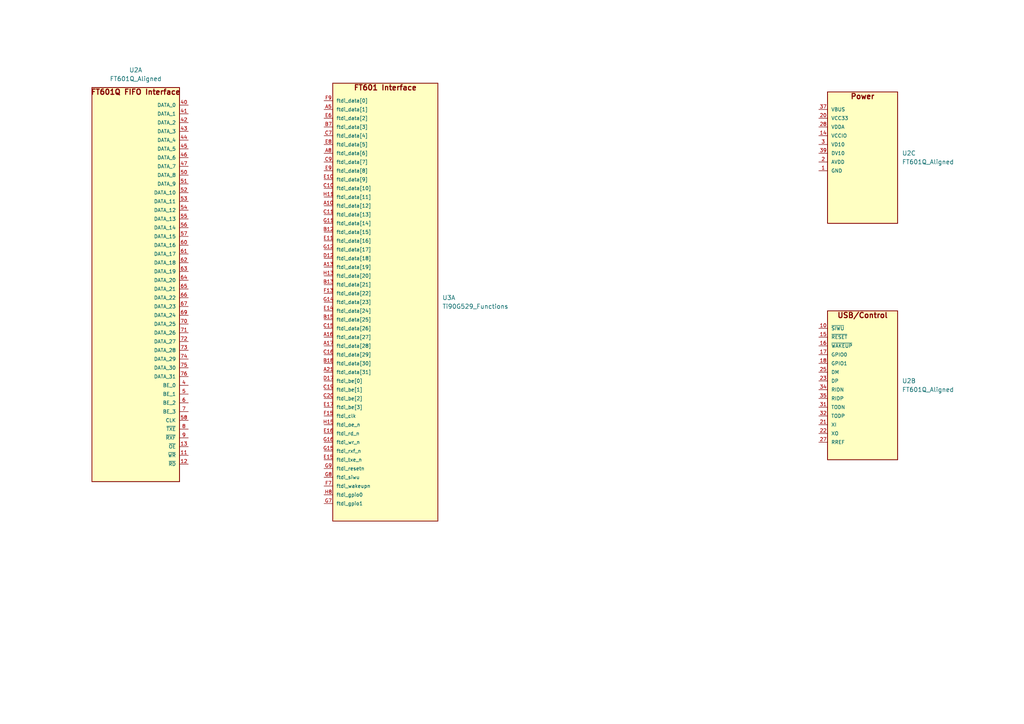
<source format=kicad_sch>
(kicad_sch (version 20250114) (generator "eeschema") (generator_version "9.0")
  (paper "A4")
  (lib_symbols
    (symbol "Aligned_Peripheral_Symbols:FT601Q_Aligned" (pin_names (offset 1.016))
      (property "Reference" "U" (at 0 1.27 0))
      (property "Value" "FT601Q_Aligned" (at 0 -1.27 0))
      (symbol "FT601Q_Aligned_1_1"
        (rectangle (start 0 57.15) (end 25.4 -57.15) (stroke (width 0.254)) (fill (type background)))
        (text "FT601Q FIFO Interface" (at 12.7 55.88 0) (effects (font (size 1.524 1.524) (bold yes))))
        (pin bidirectional line (at 27.94 52.07 180) (length 2.54) (name "DATA_0") (number "40"))
        (pin bidirectional line (at 27.94 49.53 180) (length 2.54) (name "DATA_1") (number "41"))
        (pin bidirectional line (at 27.94 46.99 180) (length 2.54) (name "DATA_2") (number "42"))
        (pin bidirectional line (at 27.94 44.45 180) (length 2.54) (name "DATA_3") (number "43"))
        (pin bidirectional line (at 27.94 41.91 180) (length 2.54) (name "DATA_4") (number "44"))
        (pin bidirectional line (at 27.94 39.37 180) (length 2.54) (name "DATA_5") (number "45"))
        (pin bidirectional line (at 27.94 36.83 180) (length 2.54) (name "DATA_6") (number "46"))
        (pin bidirectional line (at 27.94 34.29 180) (length 2.54) (name "DATA_7") (number "47"))
        (pin bidirectional line (at 27.94 31.75 180) (length 2.54) (name "DATA_8") (number "50"))
        (pin bidirectional line (at 27.94 29.21 180) (length 2.54) (name "DATA_9") (number "51"))
        (pin bidirectional line (at 27.94 26.67 180) (length 2.54) (name "DATA_10") (number "52"))
        (pin bidirectional line (at 27.94 24.13 180) (length 2.54) (name "DATA_11") (number "53"))
        (pin bidirectional line (at 27.94 21.59 180) (length 2.54) (name "DATA_12") (number "54"))
        (pin bidirectional line (at 27.94 19.05 180) (length 2.54) (name "DATA_13") (number "55"))
        (pin bidirectional line (at 27.94 16.51 180) (length 2.54) (name "DATA_14") (number "56"))
        (pin bidirectional line (at 27.94 13.97 180) (length 2.54) (name "DATA_15") (number "57"))
        (pin bidirectional line (at 27.94 11.43 180) (length 2.54) (name "DATA_16") (number "60"))
        (pin bidirectional line (at 27.94 8.89 180) (length 2.54) (name "DATA_17") (number "61"))
        (pin bidirectional line (at 27.94 6.35 180) (length 2.54) (name "DATA_18") (number "62"))
        (pin bidirectional line (at 27.94 3.81 180) (length 2.54) (name "DATA_19") (number "63"))
        (pin bidirectional line (at 27.94 1.27 180) (length 2.54) (name "DATA_20") (number "64"))
        (pin bidirectional line (at 27.94 -1.27 180) (length 2.54) (name "DATA_21") (number "65"))
        (pin bidirectional line (at 27.94 -3.81 180) (length 2.54) (name "DATA_22") (number "66"))
        (pin bidirectional line (at 27.94 -6.35 180) (length 2.54) (name "DATA_23") (number "67"))
        (pin bidirectional line (at 27.94 -8.89 180) (length 2.54) (name "DATA_24") (number "69"))
        (pin bidirectional line (at 27.94 -11.43 180) (length 2.54) (name "DATA_25") (number "70"))
        (pin bidirectional line (at 27.94 -13.97 180) (length 2.54) (name "DATA_26") (number "71"))
        (pin bidirectional line (at 27.94 -16.51 180) (length 2.54) (name "DATA_27") (number "72"))
        (pin bidirectional line (at 27.94 -19.05 180) (length 2.54) (name "DATA_28") (number "73"))
        (pin bidirectional line (at 27.94 -21.59 180) (length 2.54) (name "DATA_29") (number "74"))
        (pin bidirectional line (at 27.94 -24.13 180) (length 2.54) (name "DATA_30") (number "75"))
        (pin bidirectional line (at 27.94 -26.67 180) (length 2.54) (name "DATA_31") (number "76"))
        (pin bidirectional line (at 27.94 -29.21 180) (length 2.54) (name "BE_0") (number "4"))
        (pin bidirectional line (at 27.94 -31.75 180) (length 2.54) (name "BE_1") (number "5"))
        (pin bidirectional line (at 27.94 -34.29 180) (length 2.54) (name "BE_2") (number "6"))
        (pin bidirectional line (at 27.94 -36.83 180) (length 2.54) (name "BE_3") (number "7"))
        (pin output line (at 27.94 -39.37 180) (length 2.54) (name "CLK") (number "58"))
        (pin output line (at 27.94 -41.91 180) (length 2.54) (name "~{TXE}") (number "8"))
        (pin output line (at 27.94 -44.45 180) (length 2.54) (name "~{RXF}") (number "9"))
        (pin input line (at 27.94 -46.99 180) (length 2.54) (name "~{OE}") (number "13"))
        (pin input line (at 27.94 -49.53 180) (length 2.54) (name "~{WR}") (number "11"))
        (pin input line (at 27.94 -52.07 180) (length 2.54) (name "~{RD}") (number "12"))
      )
      (symbol "FT601Q_Aligned_2_1"
        (rectangle (start 0 21.59) (end 20.32 -21.59) (stroke (width 0.254)) (fill (type background)))
        (text "USB/Control" (at 10.16 20.32 0) (effects (font (size 1.524 1.524) (bold yes))))
        (pin input line (at -2.54 16.51 0) (length 2.54) (name "~{SIWU}") (number "10"))
        (pin input line (at -2.54 13.97 0) (length 2.54) (name "~{RESET}") (number "15"))
        (pin bidirectional line (at -2.54 11.43 0) (length 2.54) (name "~{WAKEUP}") (number "16"))
        (pin bidirectional line (at -2.54 8.89 0) (length 2.54) (name "GPIO0") (number "17"))
        (pin bidirectional line (at -2.54 6.35 0) (length 2.54) (name "GPIO1") (number "18"))
        (pin bidirectional line (at -2.54 3.81 0) (length 2.54) (name "DM") (number "25"))
        (pin bidirectional line (at -2.54 1.27 0) (length 2.54) (name "DP") (number "23"))
        (pin input line (at -2.54 -1.27 0) (length 2.54) (name "RIDN") (number "34"))
        (pin input line (at -2.54 -3.81 0) (length 2.54) (name "RIDP") (number "35"))
        (pin output line (at -2.54 -6.35 0) (length 2.54) (name "TODN") (number "31"))
        (pin output line (at -2.54 -8.89 0) (length 2.54) (name "TODP") (number "32"))
        (pin input line (at -2.54 -11.43 0) (length 2.54) (name "XI") (number "21"))
        (pin output line (at -2.54 -13.97 0) (length 2.54) (name "XO") (number "22"))
        (pin input line (at -2.54 -16.51 0) (length 2.54) (name "RREF") (number "27"))
      )
      (symbol "FT601Q_Aligned_3_1"
        (rectangle (start 0 19.05) (end 20.32 -19.05) (stroke (width 0.254)) (fill (type background)))
        (text "Power" (at 10.16 17.78 0) (effects (font (size 1.524 1.524) (bold yes))))
        (pin power_in line (at -2.54 13.97 0) (length 2.54) (name "VBUS") (number "37"))
        (pin power_in line (at -2.54 11.43 0) (length 2.54) (name "VCC33") (number "20"))
        (pin passive line (at -2.54 8.89 0) (length 2.54) (hide yes) (name "VCC33") (number "24"))
        (pin power_in line (at -2.54 8.89 0) (length 2.54) (name "VDDA") (number "28"))
        (pin passive line (at -2.54 8.89 0) (length 2.54) (hide yes) (name "VCC33") (number "38"))
        (pin power_in line (at -2.54 6.35 0) (length 2.54) (name "VCCIO") (number "14"))
        (pin power_in line (at -2.54 3.81 0) (length 2.54) (name "VD10") (number "3"))
        (pin passive line (at -2.54 3.81 0) (length 2.54) (hide yes) (name "VCCIO") (number "49"))
        (pin passive line (at -2.54 3.81 0) (length 2.54) (hide yes) (name "VCCIO") (number "59"))
        (pin passive line (at -2.54 3.81 0) (length 2.54) (hide yes) (name "VCCIO") (number "68"))
        (pin passive line (at -2.54 1.27 0) (length 2.54) (hide yes) (name "VD10") (number "30"))
        (pin passive line (at -2.54 1.27 0) (length 2.54) (hide yes) (name "VD10") (number "33"))
        (pin power_out line (at -2.54 1.27 0) (length 2.54) (name "DV10") (number "39"))
        (pin passive line (at -2.54 1.27 0) (length 2.54) (hide yes) (name "VD10") (number "48"))
        (pin power_in line (at -2.54 -1.27 0) (length 2.54) (name "AVDD") (number "2"))
        (pin power_in line (at -2.54 -3.81 0) (length 2.54) (name "GND") (number "1"))
        (pin passive line (at -2.54 -6.35 0) (length 2.54) (hide yes) (name "GND") (number "26"))
        (pin passive line (at -2.54 -6.35 0) (length 2.54) (hide yes) (name "GND") (number "29"))
        (pin passive line (at -2.54 -6.35 0) (length 2.54) (hide yes) (name "GND") (number "36"))
        (pin passive line (at -2.54 -6.35 0) (length 2.54) (hide yes) (name "GND") (number "77"))
      )
    )
    (symbol "Ti90G529_Functions:Ti90G529_Functions" (pin_names (offset 1.016))
      (property "Reference" "U" (at 0 1.27 0))
      (property "Value" "Ti90G529_Functions" (at 0 -1.27 0))
      (symbol "Ti90G529_Functions_1_1"
        (rectangle (start 0 63.5) (end 30.48 -63.5) (stroke (width 0.254)) (fill (type background)))
        (text "FT601 Interface" (at 15.24 62.23 0) (effects (font (size 1.524 1.524) (bold yes))))
        (pin bidirectional line (at -2.54 58.42 0) (length 2.54) (name "ftdi_data[0]") (number "F9"))
        (pin bidirectional line (at -2.54 55.88 0) (length 2.54) (name "ftdi_data[1]") (number "A5"))
        (pin bidirectional line (at -2.54 53.34 0) (length 2.54) (name "ftdi_data[2]") (number "E6"))
        (pin bidirectional line (at -2.54 50.8 0) (length 2.54) (name "ftdi_data[3]") (number "B7"))
        (pin bidirectional line (at -2.54 48.26 0) (length 2.54) (name "ftdi_data[4]") (number "C7"))
        (pin bidirectional line (at -2.54 45.72 0) (length 2.54) (name "ftdi_data[5]") (number "E8"))
        (pin bidirectional line (at -2.54 43.18 0) (length 2.54) (name "ftdi_data[6]") (number "A8"))
        (pin bidirectional line (at -2.54 40.64 0) (length 2.54) (name "ftdi_data[7]") (number "C9"))
        (pin bidirectional line (at -2.54 38.1 0) (length 2.54) (name "ftdi_data[8]") (number "E9"))
        (pin bidirectional line (at -2.54 35.56 0) (length 2.54) (name "ftdi_data[9]") (number "E10"))
        (pin bidirectional line (at -2.54 33.02 0) (length 2.54) (name "ftdi_data[10]") (number "C10"))
        (pin bidirectional line (at -2.54 30.48 0) (length 2.54) (name "ftdi_data[11]") (number "H11"))
        (pin bidirectional line (at -2.54 27.94 0) (length 2.54) (name "ftdi_data[12]") (number "A10"))
        (pin bidirectional line (at -2.54 25.4 0) (length 2.54) (name "ftdi_data[13]") (number "C11"))
        (pin bidirectional line (at -2.54 22.86 0) (length 2.54) (name "ftdi_data[14]") (number "G11"))
        (pin bidirectional line (at -2.54 20.32 0) (length 2.54) (name "ftdi_data[15]") (number "B12"))
        (pin bidirectional line (at -2.54 17.78 0) (length 2.54) (name "ftdi_data[16]") (number "E11"))
        (pin bidirectional line (at -2.54 15.24 0) (length 2.54) (name "ftdi_data[17]") (number "G12"))
        (pin bidirectional line (at -2.54 12.7 0) (length 2.54) (name "ftdi_data[18]") (number "D12"))
        (pin bidirectional line (at -2.54 10.16 0) (length 2.54) (name "ftdi_data[19]") (number "A13"))
        (pin bidirectional line (at -2.54 7.62 0) (length 2.54) (name "ftdi_data[20]") (number "H13"))
        (pin bidirectional line (at -2.54 5.08 0) (length 2.54) (name "ftdi_data[21]") (number "B13"))
        (pin bidirectional line (at -2.54 2.54 0) (length 2.54) (name "ftdi_data[22]") (number "F13"))
        (pin bidirectional line (at -2.54 0 0) (length 2.54) (name "ftdi_data[23]") (number "G14"))
        (pin bidirectional line (at -2.54 -2.54 0) (length 2.54) (name "ftdi_data[24]") (number "E14"))
        (pin bidirectional line (at -2.54 -5.08 0) (length 2.54) (name "ftdi_data[25]") (number "B15"))
        (pin bidirectional line (at -2.54 -7.62 0) (length 2.54) (name "ftdi_data[26]") (number "C15"))
        (pin bidirectional line (at -2.54 -10.16 0) (length 2.54) (name "ftdi_data[27]") (number "A16"))
        (pin bidirectional line (at -2.54 -12.7 0) (length 2.54) (name "ftdi_data[28]") (number "A17"))
        (pin bidirectional line (at -2.54 -15.24 0) (length 2.54) (name "ftdi_data[29]") (number "C16"))
        (pin bidirectional line (at -2.54 -17.78 0) (length 2.54) (name "ftdi_data[30]") (number "B18"))
        (pin bidirectional line (at -2.54 -20.32 0) (length 2.54) (name "ftdi_data[31]") (number "A21"))
        (pin bidirectional line (at -2.54 -22.86 0) (length 2.54) (name "ftdi_be[0]") (number "D17"))
        (pin bidirectional line (at -2.54 -25.4 0) (length 2.54) (name "ftdi_be[1]") (number "C19"))
        (pin bidirectional line (at -2.54 -27.94 0) (length 2.54) (name "ftdi_be[2]") (number "C20"))
        (pin bidirectional line (at -2.54 -30.48 0) (length 2.54) (name "ftdi_be[3]") (number "E17"))
        (pin input line (at -2.54 -33.02 0) (length 2.54) (name "ftdi_clk") (number "F15"))
        (pin output line (at -2.54 -35.56 0) (length 2.54) (name "ftdi_oe_n") (number "H15"))
        (pin output line (at -2.54 -38.1 0) (length 2.54) (name "ftdi_rd_n") (number "E16"))
        (pin output line (at -2.54 -40.64 0) (length 2.54) (name "ftdi_wr_n") (number "G16"))
        (pin input line (at -2.54 -43.18 0) (length 2.54) (name "ftdi_rxf_n") (number "G15"))
        (pin input line (at -2.54 -45.72 0) (length 2.54) (name "ftdi_txe_n") (number "E15"))
        (pin output line (at -2.54 -48.26 0) (length 2.54) (name "ftdi_resetn") (number "G9"))
        (pin output line (at -2.54 -50.8 0) (length 2.54) (name "ftdi_siwu") (number "G8"))
        (pin output line (at -2.54 -53.34 0) (length 2.54) (name "ftdi_wakeupn") (number "F7"))
        (pin output line (at -2.54 -55.88 0) (length 2.54) (name "ftdi_gpio0") (number "H8"))
        (pin output line (at -2.54 -58.42 0) (length 2.54) (name "ftdi_gpio1") (number "G7"))
      )
      (symbol "Ti90G529_Functions_2_1"
        (rectangle (start 0 69.85) (end 30.48 -69.85) (stroke (width 0.254)) (fill (type background)))
        (text "ADC 1/2 LVDS Data" (at 15.24 68.58 0) (effects (font (size 1.524 1.524) (bold yes))))
        (pin input line (at 33.02 64.77 180) (length 2.54) (name "lvds_rx1_1") (number "E21"))
        (pin input line (at 33.02 62.23 180) (length 2.54) (name "lvds_rx1_1_N") (number "E20"))
        (pin input line (at 33.02 59.69 180) (length 2.54) (name "lvds_rx1_2") (number "R23"))
        (pin input line (at 33.02 57.15 180) (length 2.54) (name "lvds_rx1_2_N") (number "P23"))
        (pin input line (at 33.02 54.61 180) (length 2.54) (name "lvds_rx1_3") (number "R18"))
        (pin input line (at 33.02 52.07 180) (length 2.54) (name "lvds_rx1_3_N") (number "R19"))
        (pin input line (at 33.02 49.53 180) (length 2.54) (name "lvds_rx1_4") (number "P21"))
        (pin input line (at 33.02 46.99 180) (length 2.54) (name "lvds_rx1_4_N") (number "P20"))
        (pin input line (at 33.02 44.45 180) (length 2.54) (name "lvds_rx1_5") (number "N22"))
        (pin input line (at 33.02 41.91 180) (length 2.54) (name "lvds_rx1_5_N") (number "N23"))
        (pin input line (at 33.02 39.37 180) (length 2.54) (name "lvds_rx1_6") (number "P18"))
        (pin input line (at 33.02 36.83 180) (length 2.54) (name "lvds_rx1_6_N") (number "P19"))
        (pin input line (at 33.02 34.29 180) (length 2.54) (name "lvds_rx1_7") (number "L23"))
        (pin input line (at 33.02 31.75 180) (length 2.54) (name "lvds_rx1_7_N") (number "L22"))
        (pin input line (at 33.02 29.21 180) (length 2.54) (name "lvds_rx1_8") (number "N20"))
        (pin input line (at 33.02 26.67 180) (length 2.54) (name "lvds_rx1_8_N") (number "N21"))
        (pin input line (at 33.02 24.13 180) (length 2.54) (name "lvds_rx1_9") (number "N16"))
        (pin input line (at 33.02 21.59 180) (length 2.54) (name "lvds_rx1_9_N") (number "N17"))
        (pin input line (at 33.02 19.05 180) (length 2.54) (name "lvds_rx1_10") (number "N19"))
        (pin input line (at 33.02 16.51 180) (length 2.54) (name "lvds_rx1_10_N") (number "N18"))
        (pin input line (at 33.02 13.97 180) (length 2.54) (name "lvds_rx1_11") (number "M21"))
        (pin input line (at 33.02 11.43 180) (length 2.54) (name "lvds_rx1_11_N") (number "M22"))
        (pin input line (at 33.02 8.89 180) (length 2.54) (name "lvds_rx1_12") (number "G22"))
        (pin input line (at 33.02 6.35 180) (length 2.54) (name "lvds_rx1_12_N") (number "H22"))
        (pin input line (at 33.02 3.81 180) (length 2.54) (name "lvds_rx1_13") (number "M19"))
        (pin input line (at 33.02 1.27 180) (length 2.54) (name "lvds_rx1_13_N") (number "M18"))
        (pin input line (at 33.02 -1.27 180) (length 2.54) (name "lvds_rx2_1") (number "L21"))
        (pin input line (at 33.02 -3.81 180) (length 2.54) (name "lvds_rx2_1_N") (number "K21"))
        (pin input line (at 33.02 -6.35 180) (length 2.54) (name "lvds_rx2_2") (number "F23"))
        (pin input line (at 33.02 -8.89 180) (length 2.54) (name "lvds_rx2_2_N") (number "G23"))
        (pin input line (at 33.02 -11.43 180) (length 2.54) (name "lvds_rx2_3") (number "L16"))
        (pin input line (at 33.02 -13.97 180) (length 2.54) (name "lvds_rx2_3_N") (number "M16"))
        (pin input line (at 33.02 -16.51 180) (length 2.54) (name "lvds_rx2_4") (number "E23"))
        (pin input line (at 33.02 -19.05 180) (length 2.54) (name "lvds_rx2_4_N") (number "E22"))
        (pin input line (at 33.02 -21.59 180) (length 2.54) (name "lvds_rx2_5") (number "J20"))
        (pin input line (at 33.02 -24.13 180) (length 2.54) (name "lvds_rx2_5_N") (number "J21"))
        (pin input line (at 33.02 -26.67 180) (length 2.54) (name "lvds_rx2_6") (number "L18"))
        (pin input line (at 33.02 -29.21 180) (length 2.54) (name "lvds_rx2_6_N") (number "L17"))
        (pin input line (at 33.02 -31.75 180) (length 2.54) (name "lvds_rx2_7") (number "G21"))
        (pin input line (at 33.02 -34.29 180) (length 2.54) (name "lvds_rx2_7_N") (number "F21"))
        (pin input line (at 33.02 -36.83 180) (length 2.54) (name "lvds_rx2_8") (number "K20"))
        (pin input line (at 33.02 -39.37 180) (length 2.54) (name "lvds_rx2_8_N") (number "K19"))
        (pin input line (at 33.02 -41.91 180) (length 2.54) (name "lvds_rx2_9") (number "L20"))
        (pin input line (at 33.02 -44.45 180) (length 2.54) (name "lvds_rx2_9_N") (number "L19"))
        (pin input line (at 33.02 -46.99 180) (length 2.54) (name "lvds_rx2_10") (number "J18"))
        (pin input line (at 33.02 -49.53 180) (length 2.54) (name "lvds_rx2_10_N") (number "J17"))
        (pin input line (at 33.02 -52.07 180) (length 2.54) (name "lvds_rx2_11") (number "B23"))
        (pin input line (at 33.02 -54.61 180) (length 2.54) (name "lvds_rx2_11_N") (number "B22"))
        (pin input line (at 33.02 -57.15 180) (length 2.54) (name "lvds_rx2_12") (number "K18"))
        (pin input line (at 33.02 -59.69 180) (length 2.54) (name "lvds_rx2_12_N") (number "K17"))
        (pin input line (at 33.02 -62.23 180) (length 2.54) (name "lvds_rx2_13") (number "H20"))
        (pin input line (at 33.02 -64.77 180) (length 2.54) (name "lvds_rx2_13_N") (number "G20"))
      )
      (symbol "Ti90G529_Functions_3_1"
        (rectangle (start 0 69.85) (end 30.48 -69.85) (stroke (width 0.254)) (fill (type background)))
        (text "ADC 3/4 LVDS Data" (at 15.24 68.58 0) (effects (font (size 1.524 1.524) (bold yes))))
        (pin input line (at 33.02 64.77 180) (length 2.54) (name "lvds_rx3_1") (number "C3"))
        (pin input line (at 33.02 62.23 180) (length 2.54) (name "lvds_rx3_1_N") (number "C2"))
        (pin input line (at 33.02 59.69 180) (length 2.54) (name "lvds_rx3_2") (number "R2"))
        (pin input line (at 33.02 57.15 180) (length 2.54) (name "lvds_rx3_2_N") (number "R3"))
        (pin input line (at 33.02 54.61 180) (length 2.54) (name "lvds_rx3_3") (number "P8"))
        (pin input line (at 33.02 52.07 180) (length 2.54) (name "lvds_rx3_3_N") (number "P7"))
        (pin input line (at 33.02 49.53 180) (length 2.54) (name "lvds_rx3_4") (number "P1"))
        (pin input line (at 33.02 46.99 180) (length 2.54) (name "lvds_rx3_4_N") (number "R1"))
        (pin input line (at 33.02 44.45 180) (length 2.54) (name "lvds_rx3_5") (number "P5"))
        (pin input line (at 33.02 41.91 180) (length 2.54) (name "lvds_rx3_5_N") (number "P6"))
        (pin input line (at 33.02 39.37 180) (length 2.54) (name "lvds_rx3_6") (number "N5"))
        (pin input line (at 33.02 36.83 180) (length 2.54) (name "lvds_rx3_6_N") (number "N6"))
        (pin input line (at 33.02 34.29 180) (length 2.54) (name "lvds_rx3_7") (number "N3"))
        (pin input line (at 33.02 31.75 180) (length 2.54) (name "lvds_rx3_7_N") (number "P3"))
        (pin input line (at 33.02 29.21 180) (length 2.54) (name "lvds_rx3_8") (number "N1"))
        (pin input line (at 33.02 26.67 180) (length 2.54) (name "lvds_rx3_8_N") (number "N2"))
        (pin input line (at 33.02 24.13 180) (length 2.54) (name "lvds_rx3_9") (number "N4"))
        (pin input line (at 33.02 21.59 180) (length 2.54) (name "lvds_rx3_9_N") (number "M4"))
        (pin input line (at 33.02 19.05 180) (length 2.54) (name "lvds_rx3_10") (number "L2"))
        (pin input line (at 33.02 16.51 180) (length 2.54) (name "lvds_rx3_10_N") (number "M2"))
        (pin input line (at 33.02 13.97 180) (length 2.54) (name "lvds_rx3_11") (number "K1"))
        (pin input line (at 33.02 11.43 180) (length 2.54) (name "lvds_rx3_11_N") (number "L1"))
        (pin input line (at 33.02 8.89 180) (length 2.54) (name "lvds_rx3_12") (number "E1"))
        (pin input line (at 33.02 6.35 180) (length 2.54) (name "lvds_rx3_12_N") (number "F1"))
        (pin input line (at 33.02 3.81 180) (length 2.54) (name "lvds_rx3_13") (number "M6"))
        (pin input line (at 33.02 1.27 180) (length 2.54) (name "lvds_rx3_13_N") (number "M7"))
        (pin input line (at 33.02 -1.27 180) (length 2.54) (name "lvds_rx4_1") (number "L3"))
        (pin input line (at 33.02 -3.81 180) (length 2.54) (name "lvds_rx4_1_N") (number "K3"))
        (pin input line (at 33.02 -6.35 180) (length 2.54) (name "lvds_rx4_2") (number "J3"))
        (pin input line (at 33.02 -8.89 180) (length 2.54) (name "lvds_rx4_2_N") (number "J2"))
        (pin input line (at 33.02 -11.43 180) (length 2.54) (name "lvds_rx4_3") (number "L4"))
        (pin input line (at 33.02 -13.97 180) (length 2.54) (name "lvds_rx4_3_N") (number "L5"))
        (pin input line (at 33.02 -16.51 180) (length 2.54) (name "lvds_rx4_4") (number "H2"))
        (pin input line (at 33.02 -19.05 180) (length 2.54) (name "lvds_rx4_4_N") (number "H3"))
        (pin input line (at 33.02 -21.59 180) (length 2.54) (name "lvds_rx4_5") (number "F3"))
        (pin input line (at 33.02 -24.13 180) (length 2.54) (name "lvds_rx4_5_N") (number "G3"))
        (pin input line (at 33.02 -26.67 180) (length 2.54) (name "lvds_rx4_6") (number "L7"))
        (pin input line (at 33.02 -29.21 180) (length 2.54) (name "lvds_rx4_6_N") (number "L8"))
        (pin input line (at 33.02 -31.75 180) (length 2.54) (name "lvds_rx4_7") (number "K4"))
        (pin input line (at 33.02 -34.29 180) (length 2.54) (name "lvds_rx4_7_N") (number "J4"))
        (pin input line (at 33.02 -36.83 180) (length 2.54) (name "lvds_rx4_8") (number "H5"))
        (pin input line (at 33.02 -39.37 180) (length 2.54) (name "lvds_rx4_8_N") (number "J5"))
        (pin input line (at 33.02 -41.91 180) (length 2.54) (name "lvds_rx4_9") (number "K6"))
        (pin input line (at 33.02 -44.45 180) (length 2.54) (name "lvds_rx4_9_N") (number "L6"))
        (pin input line (at 33.02 -46.99 180) (length 2.54) (name "lvds_rx4_10") (number "J7"))
        (pin input line (at 33.02 -49.53 180) (length 2.54) (name "lvds_rx4_10_N") (number "J6"))
        (pin input line (at 33.02 -52.07 180) (length 2.54) (name "lvds_rx4_11") (number "B1"))
        (pin input line (at 33.02 -54.61 180) (length 2.54) (name "lvds_rx4_11_N") (number "C1"))
        (pin input line (at 33.02 -57.15 180) (length 2.54) (name "lvds_rx4_12") (number "E4"))
        (pin input line (at 33.02 -59.69 180) (length 2.54) (name "lvds_rx4_12_N") (number "F4"))
        (pin input line (at 33.02 -62.23 180) (length 2.54) (name "lvds_rx4_13") (number "D2"))
        (pin input line (at 33.02 -64.77 180) (length 2.54) (name "lvds_rx4_13_N") (number "D3"))
      )
      (symbol "Ti90G529_Functions_4_1"
        (rectangle (start 0 13.97) (end 30.48 -13.97) (stroke (width 0.254)) (fill (type background)))
        (text "ADC LVDS Clocks" (at 15.24 12.7 0) (effects (font (size 1.524 1.524) (bold yes))))
        (pin input line (at 33.02 8.89 180) (length 2.54) (name "lvds_rx_top_clkin1") (number "J22"))
        (pin input line (at 33.02 6.35 180) (length 2.54) (name "lvds_rx_top_clkin1_N") (number "J23"))
        (pin input line (at 33.02 3.81 180) (length 2.54) (name "lvds_rx_top_clkin2") (number "R22"))
        (pin input line (at 33.02 1.27 180) (length 2.54) (name "lvds_rx_top_clkin2_N") (number "R21"))
        (pin input line (at 33.02 -1.27 180) (length 2.54) (name "lvds_rx_bottom_clkin3") (number "R4"))
        (pin input line (at 33.02 -3.81 180) (length 2.54) (name "lvds_rx_bottom_clkin3_N") (number "R5"))
        (pin input line (at 33.02 -6.35 180) (length 2.54) (name "lvds_rx_bottom_clkin4") (number "G1"))
        (pin input line (at 33.02 -8.89 180) (length 2.54) (name "lvds_rx_bottom_clkin4_N") (number "G2"))
      )
      (symbol "Ti90G529_Functions_5_1"
        (rectangle (start 0 80.01) (end 30.48 -80.01) (stroke (width 0.254)) (fill (type background)))
        (text "DDR4 Interface" (at 15.24 78.74 0) (effects (font (size 1.524 1.524) (bold yes))))
        (pin output line (at -2.54 74.93 0) (length 2.54) (name "DDR_CS_N[0]") (number "Y15"))
        (pin output line (at -2.54 72.39 0) (length 2.54) (name "DDR_CS_N[1]") (number "W16"))
        (pin output line (at -2.54 69.85 0) (length 2.54) (name "DDR_CS_N[2]") (number "W17"))
        (pin output line (at -2.54 67.31 0) (length 2.54) (name "DDR_CS_N[3]") (number "Y17"))
        (pin output line (at -2.54 64.77 0) (length 2.54) (name "DDR_CKE[0]") (number "AA12"))
        (pin output line (at -2.54 62.23 0) (length 2.54) (name "DDR_CKE[1]") (number "AA13"))
        (pin output line (at -2.54 59.69 0) (length 2.54) (name "DDR_CK") (number "AC12"))
        (pin output line (at -2.54 57.15 0) (length 2.54) (name "DDR_CK_N") (number "AB12"))
        (pin output line (at -2.54 54.61 0) (length 2.54) (name "DDR_RST_N") (number "AC13"))
        (pin output line (at -2.54 52.07 0) (length 2.54) (name "DDR_A[0]") (number "AC11"))
        (pin output line (at -2.54 49.53 0) (length 2.54) (name "DDR_A[1]") (number "AA11"))
        (pin output line (at -2.54 46.99 0) (length 2.54) (name "DDR_A[2]") (number "Y9"))
        (pin output line (at -2.54 44.45 0) (length 2.54) (name "DDR_A[3]") (number "W9"))
        (pin output line (at -2.54 41.91 0) (length 2.54) (name "DDR_A[4]") (number "W8"))
        (pin output line (at -2.54 39.37 0) (length 2.54) (name "DDR_A[5]") (number "Y7"))
        (pin output line (at -2.54 36.83 0) (length 2.54) (name "DDR_CAL") (number "V8"))
        (pin bidirectional line (at -2.54 34.29 0) (length 2.54) (name "DDR_DQ[0]") (number "AA22"))
        (pin bidirectional line (at -2.54 31.75 0) (length 2.54) (name "DDR_DQ[1]") (number "AA23"))
        (pin bidirectional line (at -2.54 29.21 0) (length 2.54) (name "DDR_DQ[2]") (number "AA20"))
        (pin bidirectional line (at -2.54 26.67 0) (length 2.54) (name "DDR_DQ[3]") (number "AC19"))
        (pin bidirectional line (at -2.54 24.13 0) (length 2.54) (name "DDR_DQ[4]") (number "AB20"))
        (pin bidirectional line (at -2.54 21.59 0) (length 2.54) (name "DDR_DQ[5]") (number "AB19"))
        (pin bidirectional line (at -2.54 19.05 0) (length 2.54) (name "DDR_DQ[6]") (number "AC22"))
        (pin bidirectional line (at -2.54 16.51 0) (length 2.54) (name "DDR_DQ[7]") (number "AA21"))
        (pin bidirectional line (at -2.54 13.97 0) (length 2.54) (name "DDR_DQS[0]") (number "AB21"))
        (pin bidirectional line (at -2.54 11.43 0) (length 2.54) (name "DDR_DQS_N[0]") (number "AC21"))
        (pin bidirectional line (at -2.54 8.89 0) (length 2.54) (name "DDR_DM[0]") (number "AB23"))
        (pin bidirectional line (at -2.54 6.35 0) (length 2.54) (name "DDR_DQ[8]") (number "AA17"))
        (pin bidirectional line (at -2.54 3.81 0) (length 2.54) (name "DDR_DQ[9]") (number "AC17"))
        (pin bidirectional line (at -2.54 1.27 0) (length 2.54) (name "DDR_DQ[10]") (number "AA18"))
        (pin bidirectional line (at -2.54 -1.27 0) (length 2.54) (name "DDR_DQ[11]") (number "AC18"))
        (pin bidirectional line (at -2.54 -3.81 0) (length 2.54) (name "DDR_DQ[12]") (number "AB15"))
        (pin bidirectional line (at -2.54 -6.35 0) (length 2.54) (name "DDR_DQ[13]") (number "AA15"))
        (pin bidirectional line (at -2.54 -8.89 0) (length 2.54) (name "DDR_DQ[14]") (number "AC14"))
        (pin bidirectional line (at -2.54 -11.43 0) (length 2.54) (name "DDR_DQ[15]") (number "AA14"))
        (pin bidirectional line (at -2.54 -13.97 0) (length 2.54) (name "DDR_DQS[1]") (number "AB16"))
        (pin bidirectional line (at -2.54 -16.51 0) (length 2.54) (name "DDR_DQS_N[1]") (number "AC16"))
        (pin bidirectional line (at -2.54 -19.05 0) (length 2.54) (name "DDR_DM[1]") (number "AA16"))
        (pin bidirectional line (at -2.54 -21.59 0) (length 2.54) (name "DDR_DQ[16]") (number "AB9"))
        (pin bidirectional line (at -2.54 -24.13 0) (length 2.54) (name "DDR_DQ[17]") (number "AA9"))
        (pin bidirectional line (at -2.54 -26.67 0) (length 2.54) (name "DDR_DQ[18]") (number "AC10"))
        (pin bidirectional line (at -2.54 -29.21 0) (length 2.54) (name "DDR_DQ[19]") (number "AA10"))
        (pin bidirectional line (at -2.54 -31.75 0) (length 2.54) (name "DDR_DQ[20]") (number "AC7"))
        (pin bidirectional line (at -2.54 -34.29 0) (length 2.54) (name "DDR_DQ[21]") (number "AA7"))
        (pin bidirectional line (at -2.54 -36.83 0) (length 2.54) (name "DDR_DQ[22]") (number "AC6"))
        (pin bidirectional line (at -2.54 -39.37 0) (length 2.54) (name "DDR_DQ[23]") (number "AA6"))
        (pin bidirectional line (at -2.54 -41.91 0) (length 2.54) (name "DDR_DQS[2]") (number "AB8"))
        (pin bidirectional line (at -2.54 -44.45 0) (length 2.54) (name "DDR_DQS_N[2]") (number "AC8"))
        (pin bidirectional line (at -2.54 -46.99 0) (length 2.54) (name "DDR_DM[2]") (number "AA8"))
        (pin bidirectional line (at -2.54 -49.53 0) (length 2.54) (name "DDR_DQ[24]") (number "AB4"))
        (pin bidirectional line (at -2.54 -52.07 0) (length 2.54) (name "DDR_DQ[25]") (number "AA4"))
        (pin bidirectional line (at -2.54 -54.61 0) (length 2.54) (name "DDR_DQ[26]") (number "AC5"))
        (pin bidirectional line (at -2.54 -57.15 0) (length 2.54) (name "DDR_DQ[27]") (number "AA5"))
        (pin bidirectional line (at -2.54 -59.69 0) (length 2.54) (name "DDR_DQ[28]") (number "AB1"))
        (pin bidirectional line (at -2.54 -62.23 0) (length 2.54) (name "DDR_DQ[29]") (number "AA1"))
        (pin bidirectional line (at -2.54 -64.77 0) (length 2.54) (name "DDR_DQ[30]") (number "AA2"))
        (pin bidirectional line (at -2.54 -67.31 0) (length 2.54) (name "DDR_DQ[31]") (number "AC2"))
        (pin bidirectional line (at -2.54 -69.85 0) (length 2.54) (name "DDR_DQS[3]") (number "AB3"))
        (pin bidirectional line (at -2.54 -72.39 0) (length 2.54) (name "DDR_DQS_N[3]") (number "AC3"))
        (pin bidirectional line (at -2.54 -74.93 0) (length 2.54) (name "DDR_DM[3]") (number "AA3"))
      )
      (symbol "Ti90G529_Functions_6_1"
        (rectangle (start 0 99.06) (end 30.48 -99.06) (stroke (width 0.254)) (fill (type background)))
        (text "Misc I/O" (at 15.24 97.79 0) (effects (font (size 1.524 1.524) (bold yes))))
        (pin output line (at -2.54 93.98 0) (length 2.54) (name "LED[0]") (number "U1"))
        (pin output line (at -2.54 91.44 0) (length 2.54) (name "LED[1]") (number "W1"))
        (pin output line (at -2.54 88.9 0) (length 2.54) (name "LED[2]") (number "V3"))
        (pin output line (at -2.54 86.36 0) (length 2.54) (name "LED[3]") (number "W3"))
        (pin output line (at -2.54 83.82 0) (length 2.54) (name "adc_clkout") (number "U17"))
        (pin output line (at -2.54 81.28 0) (length 2.54) (name "auxout") (number "G19"))
        (pin input line (at -2.54 78.74 0) (length 2.54) (name "boardin[0]") (number "C13"))
        (pin input line (at -2.54 76.2 0) (length 2.54) (name "boardin[1]") (number "E13"))
        (pin input line (at -2.54 73.66 0) (length 2.54) (name "boardin[2]") (number "H14"))
        (pin input line (at -2.54 71.12 0) (length 2.54) (name "boardin[3]") (number "D14"))
        (pin input line (at -2.54 68.58 0) (length 2.54) (name "boardin[4]") (number "A7"))
        (pin input line (at -2.54 66.04 0) (length 2.54) (name "boardin[5]") (number "B19"))
        (pin input line (at -2.54 63.5 0) (length 2.54) (name "boardin[6]") (number "B20"))
        (pin input line (at -2.54 60.96 0) (length 2.54) (name "boardin[7]") (number "H9"))
        (pin output line (at -2.54 58.42 0) (length 2.54) (name "boardout[0]") (number "D11"))
        (pin output line (at -2.54 55.88 0) (length 2.54) (name "boardout[1]") (number "F11"))
        (pin output line (at -2.54 53.34 0) (length 2.54) (name "boardout[2]") (number "A12"))
        (pin output line (at -2.54 50.8 0) (length 2.54) (name "boardout[3]") (number "E12"))
        (pin output line (at -2.54 48.26 0) (length 2.54) (name "boardout[4]") (number "H12"))
        (pin output line (at -2.54 45.72 0) (length 2.54) (name "boardout[5]") (number "C12"))
        (pin output line (at -2.54 43.18 0) (length 2.54) (name "boardout[6]") (number "A14"))
        (pin output line (at -2.54 40.64 0) (length 2.54) (name "boardout[7]") (number "G13"))
        (pin input line (at -2.54 38.1 0) (length 2.54) (name "ddr_pllin") (number "U18"))
        (pin output line (at -2.54 35.56 0) (length 2.54) (name "debugout[0]") (number "C8"))
        (pin output line (at -2.54 33.02 0) (length 2.54) (name "debugout[10]") (number "H10"))
        (pin output line (at -2.54 30.48 0) (length 2.54) (name "debugout[11]") (number "A11"))
        (pin output line (at -2.54 27.94 0) (length 2.54) (name "debugout[1]") (number "D8"))
        (pin output line (at -2.54 25.4 0) (length 2.54) (name "debugout[2]") (number "A9"))
        (pin output line (at -2.54 22.86 0) (length 2.54) (name "debugout[3]") (number "B9"))
        (pin output line (at -2.54 20.32 0) (length 2.54) (name "debugout[4]") (number "D9"))
        (pin output line (at -2.54 17.78 0) (length 2.54) (name "debugout[5]") (number "C6"))
        (pin output line (at -2.54 15.24 0) (length 2.54) (name "debugout[6]") (number "A6"))
        (pin output line (at -2.54 12.7 0) (length 2.54) (name "debugout[7]") (number "E7"))
        (pin output line (at -2.54 10.16 0) (length 2.54) (name "debugout[8]") (number "F10"))
        (pin output line (at -2.54 7.62 0) (length 2.54) (name "debugout[9]") (number "B10"))
        (pin input line (at -2.54 5.08 0) (length 2.54) (name "ext_clkin") (number "C5"))
        (pin input line (at -2.54 2.54 0) (length 2.54) (name "exttrigin") (number "F5"))
        (pin output line (at -2.54 0 0) (length 2.54) (name "fan_out") (number "W2"))
        (pin input line (at -2.54 -2.54 0) (length 2.54) (name "lockinfo[0]") (number "C17"))
        (pin input line (at -2.54 -5.08 0) (length 2.54) (name "lockinfo[1]") (number "C18"))
        (pin input line (at -2.54 -7.62 0) (length 2.54) (name "lockinfo[2]") (number "A20"))
        (pin input line (at -2.54 -10.16 0) (length 2.54) (name "lockinfo[3]") (number "D18"))
        (pin input line (at -2.54 -12.7 0) (length 2.54) (name "lvdsin_clk") (number "E2"))
        (pin input line (at -2.54 -15.24 0) (length 2.54) (name "lvdsin_clk_N") (number "E3"))
        (pin input line (at -2.54 -17.78 0) (length 2.54) (name "lvdsin_spare") (number "G6"))
        (pin input line (at -2.54 -20.32 0) (length 2.54) (name "lvdsin_spare_N") (number "H6"))
        (pin input line (at -2.54 -22.86 0) (length 2.54) (name "lvdsin_trig") (number "B2"))
        (pin input line (at -2.54 -25.4 0) (length 2.54) (name "lvdsin_trig_N") (number "A2"))
        (pin input line (at -2.54 -27.94 0) (length 2.54) (name "lvdsin_trig_b") (number "D5"))
        (pin input line (at -2.54 -30.48 0) (length 2.54) (name "lvdsin_trig_b_N") (number "E5"))
        (pin output line (at -2.54 -33.02 0) (length 2.54) (name "lvdsout_clk") (number "F19"))
        (pin output line (at -2.54 -35.56 0) (length 2.54) (name "lvdsout_clk_N") (number "E19"))
        (pin output line (at -2.54 -38.1 0) (length 2.54) (name "lvdsout_spare") (number "H19"))
        (pin output line (at -2.54 -40.64 0) (length 2.54) (name "lvdsout_spare_N") (number "H18"))
        (pin output line (at -2.54 -43.18 0) (length 2.54) (name "lvdsout_trig") (number "C21"))
        (pin output line (at -2.54 -45.72 0) (length 2.54) (name "lvdsout_trig_N") (number "C22"))
        (pin output line (at -2.54 -48.26 0) (length 2.54) (name "lvdsout_trig_b") (number "D21"))
        (pin output line (at -2.54 -50.8 0) (length 2.54) (name "lvdsout_trig_b_N") (number "D20"))
        (pin input line (at -2.54 -53.34 0) (length 2.54) (name "main_pllin") (number "W4"))
        (pin output line (at -2.54 -55.88 0) (length 2.54) (name "neo_led") (number "V4"))
        (pin input line (at -2.54 -58.42 0) (length 2.54) (name "overrange[0]") (number "A15"))
        (pin input line (at -2.54 -60.96 0) (length 2.54) (name "overrange[1]") (number "D15"))
        (pin input line (at -2.54 -63.5 0) (length 2.54) (name "overrange[2]") (number "B16"))
        (pin input line (at -2.54 -66.04 0) (length 2.54) (name "overrange[3]") (number "A18"))
        (pin output line (at -2.54 -68.58 0) (length 2.54) (name "spi_clk") (number "V18"))
        (pin input line (at -2.54 -71.12 0) (length 2.54) (name "spi_miso") (number "T20"))
        (pin output line (at -2.54 -73.66 0) (length 2.54) (name "spi_mosi") (number "T19"))
        (pin output line (at -2.54 -76.2 0) (length 2.54) (name "spics[0]") (number "V19"))
        (pin output line (at -2.54 -78.74 0) (length 2.54) (name "spics[1]") (number "T18"))
        (pin output line (at -2.54 -81.28 0) (length 2.54) (name "spics[2]") (number "U20"))
        (pin output line (at -2.54 -83.82 0) (length 2.54) (name "spics[3]") (number "V23"))
        (pin output line (at -2.54 -86.36 0) (length 2.54) (name "spics[4]") (number "V21"))
        (pin output line (at -2.54 -88.9 0) (length 2.54) (name "spics[5]") (number "V22"))
        (pin output line (at -2.54 -91.44 0) (length 2.54) (name "spics[6]") (number "U21"))
        (pin output line (at -2.54 -93.98 0) (length 2.54) (name "spics[7]") (number "V20"))
      )
      (symbol "Ti90G529_Functions_7_1"
        (rectangle (start 0 22.86) (end 20.32 -22.86) (stroke (width 0.254)) (fill (type background)))
        (text "CONFIG/JTAG" (at 10.16 21.59 0) (effects (font (size 1.524 1.524) (bold yes))))
        (pin output line (at -2.54 17.78 0) (length 2.54) (name "CDONE") (number "T6"))
        (pin input line (at -2.54 15.24 0) (length 2.54) (name "CRESET_N") (number "R6"))
        (pin passive line (at -2.54 12.7 0) (length 2.54) (name "REF_RES_2A") (number "T22"))
        (pin passive line (at -2.54 10.16 0) (length 2.54) (name "REF_RES_2B") (number "K23"))
        (pin passive line (at -2.54 7.62 0) (length 2.54) (name "REF_RES_2C") (number "A22"))
        (pin passive line (at -2.54 5.08 0) (length 2.54) (name "REF_RES_3A") (number "E18"))
        (pin passive line (at -2.54 2.54 0) (length 2.54) (name "REF_RES_3B") (number "C14"))
        (pin passive line (at -2.54 0 0) (length 2.54) (name "REF_RES_3C") (number "D6"))
        (pin passive line (at -2.54 -2.54 0) (length 2.54) (name "REF_RES_4A") (number "B5"))
        (pin passive line (at -2.54 -5.08 0) (length 2.54) (name "REF_RES_4B") (number "J1"))
        (pin passive line (at -2.54 -7.62 0) (length 2.54) (name "REF_RES_4C") (number "T2"))
        (pin input line (at -2.54 -10.16 0) (length 2.54) (name "TCK") (number "U5"))
        (pin input line (at -2.54 -12.7 0) (length 2.54) (name "TDI") (number "U6"))
        (pin output line (at -2.54 -15.24 0) (length 2.54) (name "TDO") (number "T4"))
        (pin input line (at -2.54 -17.78 0) (length 2.54) (name "TMS") (number "T5"))
      )
      (symbol "Ti90G529_Functions_8_1"
        (rectangle (start 0 134.62) (end 25.4 -134.62) (stroke (width 0.254)) (fill (type background)))
        (text "VCC Power" (at 12.7 133.35 0) (effects (font (size 1.524 1.524) (bold yes))))
        (pin power_in line (at -2.54 129.54 0) (length 2.54) (name "VCC") (number "J11"))
        (pin power_in line (at -2.54 127 0) (length 2.54) (name "VCC") (number "J13"))
        (pin power_in line (at -2.54 124.46 0) (length 2.54) (name "VCC") (number "J15"))
        (pin power_in line (at -2.54 121.92 0) (length 2.54) (name "VCC") (number "J9"))
        (pin power_in line (at -2.54 119.38 0) (length 2.54) (name "VCC") (number "K10"))
        (pin power_in line (at -2.54 116.84 0) (length 2.54) (name "VCC") (number "K12"))
        (pin power_in line (at -2.54 114.3 0) (length 2.54) (name "VCC") (number "K14"))
        (pin power_in line (at -2.54 111.76 0) (length 2.54) (name "VCC") (number "L11"))
        (pin power_in line (at -2.54 109.22 0) (length 2.54) (name "VCC") (number "L13"))
        (pin power_in line (at -2.54 106.68 0) (length 2.54) (name "VCC") (number "L15"))
        (pin power_in line (at -2.54 104.14 0) (length 2.54) (name "VCC") (number "L9"))
        (pin power_in line (at -2.54 101.6 0) (length 2.54) (name "VCC") (number "M10"))
        (pin power_in line (at -2.54 99.06 0) (length 2.54) (name "VCC") (number "M12"))
        (pin power_in line (at -2.54 96.52 0) (length 2.54) (name "VCC") (number "M14"))
        (pin power_in line (at -2.54 93.98 0) (length 2.54) (name "VCC") (number "N11"))
        (pin power_in line (at -2.54 91.44 0) (length 2.54) (name "VCC") (number "N13"))
        (pin power_in line (at -2.54 88.9 0) (length 2.54) (name "VCC") (number "N15"))
        (pin power_in line (at -2.54 86.36 0) (length 2.54) (name "VCC") (number "N9"))
        (pin power_in line (at -2.54 83.82 0) (length 2.54) (name "VCC") (number "T16"))
        (pin power_in line (at -2.54 81.28 0) (length 2.54) (name "VCC") (number "T8"))
        (pin power_in line (at -2.54 78.74 0) (length 2.54) (name "VCC") (number "U16"))
        (pin power_in line (at -2.54 76.2 0) (length 2.54) (name "VCC") (number "U8"))
        (pin power_in line (at -2.54 73.66 0) (length 2.54) (name "VCCAUX") (number "J16"))
        (pin power_in line (at -2.54 71.12 0) (length 2.54) (name "VCCAUX") (number "K8"))
        (pin power_in line (at -2.54 68.58 0) (length 2.54) (name "VCCAUX") (number "R16"))
        (pin power_in line (at -2.54 66.04 0) (length 2.54) (name "VCCAUX") (number "R8"))
        (pin power_in line (at -2.54 63.5 0) (length 2.54) (name "VCCA_BL") (number "R7"))
        (pin power_in line (at -2.54 60.96 0) (length 2.54) (name "VCCA_BR") (number "J8"))
        (pin power_in line (at -2.54 58.42 0) (length 2.54) (name "VCCA_TL") (number "R17"))
        (pin power_in line (at -2.54 55.88 0) (length 2.54) (name "VCCA_TR") (number "H16"))
        (pin power_in line (at -2.54 53.34 0) (length 2.54) (name "VCCIO2A") (number "P17"))
        (pin power_in line (at -2.54 50.8 0) (length 2.54) (name "VCCIO2A") (number "P22"))
        (pin power_in line (at -2.54 48.26 0) (length 2.54) (name "VCCIO2A") (number "R20"))
        (pin power_in line (at -2.54 45.72 0) (length 2.54) (name "VCCIO2B") (number "H21"))
        (pin power_in line (at -2.54 43.18 0) (length 2.54) (name "VCCIO2B") (number "K22"))
        (pin power_in line (at -2.54 40.64 0) (length 2.54) (name "VCCIO2B") (number "M17"))
        (pin power_in line (at -2.54 38.1 0) (length 2.54) (name "VCCIO2C") (number "F18"))
        (pin power_in line (at -2.54 35.56 0) (length 2.54) (name "VCCIO2C") (number "H17"))
        (pin power_in line (at -2.54 33.02 0) (length 2.54) (name "VCCIO2C") (number "K16"))
        (pin power_in line (at -2.54 30.48 0) (length 2.54) (name "VCCIO33_BL") (number "U4"))
        (pin power_in line (at -2.54 27.94 0) (length 2.54) (name "VCCIO33_BL") (number "V2"))
        (pin power_in line (at -2.54 25.4 0) (length 2.54) (name "VCCIO33_BR") (number "F8"))
        (pin power_in line (at -2.54 22.86 0) (length 2.54) (name "VCCIO33_TL") (number "U19"))
        (pin power_in line (at -2.54 20.32 0) (length 2.54) (name "VCCIO33_TL") (number "U22"))
        (pin power_in line (at -2.54 17.78 0) (length 2.54) (name "VCCIO33_TR") (number "F16"))
        (pin power_in line (at -2.54 15.24 0) (length 2.54) (name "VCCIO3A") (number "B17"))
        (pin power_in line (at -2.54 12.7 0) (length 2.54) (name "VCCIO3A") (number "D16"))
        (pin power_in line (at -2.54 10.16 0) (length 2.54) (name "VCCIO3B") (number "D13"))
        (pin power_in line (at -2.54 7.62 0) (length 2.54) (name "VCCIO3B") (number "F12"))
        (pin power_in line (at -2.54 5.08 0) (length 2.54) (name "VCCIO3B") (number "F14"))
        (pin power_in line (at -2.54 2.54 0) (length 2.54) (name "VCCIO3B") (number "G10"))
        (pin power_in line (at -2.54 0 0) (length 2.54) (name "VCCIO3C") (number "B8"))
        (pin power_in line (at -2.54 -2.54 0) (length 2.54) (name "VCCIO3C") (number "D7"))
        (pin power_in line (at -2.54 -5.08 0) (length 2.54) (name "VCCIO4A") (number "D4"))
        (pin power_in line (at -2.54 -7.62 0) (length 2.54) (name "VCCIO4A") (number "F6"))
        (pin power_in line (at -2.54 -10.16 0) (length 2.54) (name "VCCIO4A") (number "G4"))
        (pin power_in line (at -2.54 -12.7 0) (length 2.54) (name "VCCIO4B") (number "K7"))
        (pin power_in line (at -2.54 -15.24 0) (length 2.54) (name "VCCIO4B") (number "M5"))
        (pin power_in line (at -2.54 -17.78 0) (length 2.54) (name "VCCIO4B") (number "M8"))
        (pin power_in line (at -2.54 -20.32 0) (length 2.54) (name "VCCIO4C") (number "N7"))
        (pin power_in line (at -2.54 -22.86 0) (length 2.54) (name "VCCIO4C") (number "P2"))
        (pin power_in line (at -2.54 -25.4 0) (length 2.54) (name "VCCIO4C") (number "P4"))
        (pin power_in line (at -2.54 -27.94 0) (length 2.54) (name "VDDPLL_MCB_TOP_PHY") (number "U12"))
        (pin power_in line (at -2.54 -30.48 0) (length 2.54) (name "VDDQX_PHY") (number "U10"))
        (pin power_in line (at -2.54 -33.02 0) (length 2.54) (name "VDDQX_PHY") (number "U13"))
        (pin power_in line (at -2.54 -35.56 0) (length 2.54) (name "VDDQX_PHY") (number "U15"))
        (pin power_in line (at -2.54 -38.1 0) (length 2.54) (name "VDDQX_PHY") (number "U9"))
        (pin power_in line (at -2.54 -40.64 0) (length 2.54) (name "VDDQX_PHY") (number "V11"))
        (pin power_in line (at -2.54 -43.18 0) (length 2.54) (name "VDDQX_PHY") (number "V12"))
        (pin power_in line (at -2.54 -45.72 0) (length 2.54) (name "VDDQX_PHY") (number "V14"))
        (pin power_in line (at -2.54 -48.26 0) (length 2.54) (name "VDDQX_PHY") (number "V9"))
        (pin power_in line (at -2.54 -50.8 0) (length 2.54) (name "VDDQ_CK_PHY") (number "T12"))
        (pin power_in line (at -2.54 -53.34 0) (length 2.54) (name "VDDQ_PHY") (number "AB10"))
        (pin power_in line (at -2.54 -55.88 0) (length 2.54) (name "VDDQ_PHY") (number "AB14"))
        (pin power_in line (at -2.54 -58.42 0) (length 2.54) (name "VDDQ_PHY") (number "AB18"))
        (pin power_in line (at -2.54 -60.96 0) (length 2.54) (name "VDDQ_PHY") (number "AB6"))
        (pin power_in line (at -2.54 -63.5 0) (length 2.54) (name "VDDQ_PHY") (number "W12"))
        (pin power_in line (at -2.54 -66.04 0) (length 2.54) (name "VDDQ_PHY") (number "W18"))
        (pin power_in line (at -2.54 -68.58 0) (length 2.54) (name "VDDQ_PHY") (number "W7"))
        (pin power_in line (at -2.54 -71.12 0) (length 2.54) (name "VDDQ_PHY") (number "Y1"))
        (pin power_in line (at -2.54 -73.66 0) (length 2.54) (name "VDDQ_PHY") (number "Y11"))
        (pin power_in line (at -2.54 -76.2 0) (length 2.54) (name "VDDQ_PHY") (number "Y13"))
        (pin power_in line (at -2.54 -78.74 0) (length 2.54) (name "VDDQ_PHY") (number "Y19"))
        (pin power_in line (at -2.54 -81.28 0) (length 2.54) (name "VDDQ_PHY") (number "Y21"))
        (pin power_in line (at -2.54 -83.82 0) (length 2.54) (name "VDDQ_PHY") (number "Y23"))
        (pin power_in line (at -2.54 -86.36 0) (length 2.54) (name "VDDQ_PHY") (number "Y3"))
        (pin power_in line (at -2.54 -88.9 0) (length 2.54) (name "VDDQ_PHY") (number "Y5"))
        (pin power_in line (at -2.54 -91.44 0) (length 2.54) (name "VDD_PHY") (number "P11"))
        (pin power_in line (at -2.54 -93.98 0) (length 2.54) (name "VDD_PHY") (number "P12"))
        (pin power_in line (at -2.54 -96.52 0) (length 2.54) (name "VDD_PHY") (number "P14"))
        (pin power_in line (at -2.54 -99.06 0) (length 2.54) (name "VDD_PHY") (number "P15"))
        (pin power_in line (at -2.54 -101.6 0) (length 2.54) (name "VDD_PHY") (number "P9"))
        (pin power_in line (at -2.54 -104.14 0) (length 2.54) (name "VDD_PHY") (number "R10"))
        (pin power_in line (at -2.54 -106.68 0) (length 2.54) (name "VDD_PHY") (number "R11"))
        (pin power_in line (at -2.54 -109.22 0) (length 2.54) (name "VDD_PHY") (number "R13"))
        (pin power_in line (at -2.54 -111.76 0) (length 2.54) (name "VDD_PHY") (number "R14"))
        (pin power_in line (at -2.54 -114.3 0) (length 2.54) (name "VDD_PHY") (number "T10"))
        (pin power_in line (at -2.54 -116.84 0) (length 2.54) (name "VDD_PHY") (number "T11"))
        (pin power_in line (at -2.54 -119.38 0) (length 2.54) (name "VDD_PHY") (number "T13"))
        (pin power_in line (at -2.54 -121.92 0) (length 2.54) (name "VDD_PHY") (number "T14"))
        (pin power_in line (at -2.54 -124.46 0) (length 2.54) (name "VDD_PHY") (number "T15"))
        (pin power_in line (at -2.54 -127 0) (length 2.54) (name "VDD_PHY") (number "T9"))
        (pin power_in line (at -2.54 -129.54 0) (length 2.54) (name "VQPS") (number "U7"))
      )
      (symbol "Ti90G529_Functions_9_1"
        (rectangle (start 0 114.3) (end 20.32 -114.3) (stroke (width 0.254)) (fill (type background)))
        (text "GND" (at 10.16 113.03 0) (effects (font (size 1.524 1.524) (bold yes))))
        (pin power_in line (at -2.54 109.22 0) (length 2.54) (name "GND") (number "A1"))
        (pin power_in line (at -2.54 106.68 0) (length 2.54) (name "GND") (number "A19"))
        (pin power_in line (at -2.54 104.14 0) (length 2.54) (name "GND") (number "A23"))
        (pin power_in line (at -2.54 101.6 0) (length 2.54) (name "GND") (number "AA19"))
        (pin power_in line (at -2.54 99.06 0) (length 2.54) (name "GND") (number "AB11"))
        (pin power_in line (at -2.54 96.52 0) (length 2.54) (name "GND") (number "AB13"))
        (pin power_in line (at -2.54 93.98 0) (length 2.54) (name "GND") (number "AB17"))
        (pin power_in line (at -2.54 91.44 0) (length 2.54) (name "GND") (number "AB2"))
        (pin power_in line (at -2.54 88.9 0) (length 2.54) (name "GND") (number "AB22"))
        (pin power_in line (at -2.54 86.36 0) (length 2.54) (name "GND") (number "AB5"))
        (pin power_in line (at -2.54 83.82 0) (length 2.54) (name "GND") (number "AB7"))
        (pin power_in line (at -2.54 81.28 0) (length 2.54) (name "GND") (number "AC1"))
        (pin power_in line (at -2.54 78.74 0) (length 2.54) (name "GND") (number "AC15"))
        (pin power_in line (at -2.54 76.2 0) (length 2.54) (name "GND") (number "AC20"))
        (pin power_in line (at -2.54 73.66 0) (length 2.54) (name "GND") (number "AC23"))
        (pin power_in line (at -2.54 71.12 0) (length 2.54) (name "GND") (number "AC4"))
        (pin power_in line (at -2.54 68.58 0) (length 2.54) (name "GND") (number "AC9"))
        (pin power_in line (at -2.54 66.04 0) (length 2.54) (name "GND") (number "B11"))
        (pin power_in line (at -2.54 63.5 0) (length 2.54) (name "GND") (number "B14"))
        (pin power_in line (at -2.54 60.96 0) (length 2.54) (name "GND") (number "B21"))
        (pin power_in line (at -2.54 58.42 0) (length 2.54) (name "GND") (number "B3"))
        (pin power_in line (at -2.54 55.88 0) (length 2.54) (name "GND") (number "B6"))
        (pin power_in line (at -2.54 53.34 0) (length 2.54) (name "GND") (number "D1"))
        (pin power_in line (at -2.54 50.8 0) (length 2.54) (name "GND") (number "D10"))
        (pin power_in line (at -2.54 48.26 0) (length 2.54) (name "GND") (number "D19"))
        (pin power_in line (at -2.54 45.72 0) (length 2.54) (name "GND") (number "D22"))
        (pin power_in line (at -2.54 43.18 0) (length 2.54) (name "GND") (number "F2"))
        (pin power_in line (at -2.54 40.64 0) (length 2.54) (name "GND") (number "F20"))
        (pin power_in line (at -2.54 38.1 0) (length 2.54) (name "GND") (number "F22"))
        (pin power_in line (at -2.54 35.56 0) (length 2.54) (name "GND") (number "H1"))
        (pin power_in line (at -2.54 33.02 0) (length 2.54) (name "GND") (number "H23"))
        (pin power_in line (at -2.54 30.48 0) (length 2.54) (name "GND") (number "H4"))
        (pin power_in line (at -2.54 27.94 0) (length 2.54) (name "GND") (number "H7"))
        (pin power_in line (at -2.54 25.4 0) (length 2.54) (name "GND") (number "J10"))
        (pin power_in line (at -2.54 22.86 0) (length 2.54) (name "GND") (number "J12"))
        (pin power_in line (at -2.54 20.32 0) (length 2.54) (name "GND") (number "J14"))
        (pin power_in line (at -2.54 17.78 0) (length 2.54) (name "GND") (number "J19"))
        (pin power_in line (at -2.54 15.24 0) (length 2.54) (name "GND") (number "K11"))
        (pin power_in line (at -2.54 12.7 0) (length 2.54) (name "GND") (number "K13"))
        (pin power_in line (at -2.54 10.16 0) (length 2.54) (name "GND") (number "K15"))
        (pin power_in line (at -2.54 7.62 0) (length 2.54) (name "GND") (number "K2"))
        (pin power_in line (at -2.54 5.08 0) (length 2.54) (name "GND") (number "K5"))
        (pin power_in line (at -2.54 2.54 0) (length 2.54) (name "GND") (number "K9"))
        (pin power_in line (at -2.54 0 0) (length 2.54) (name "GND") (number "L10"))
        (pin power_in line (at -2.54 -2.54 0) (length 2.54) (name "GND") (number "L12"))
        (pin power_in line (at -2.54 -5.08 0) (length 2.54) (name "GND") (number "L14"))
        (pin power_in line (at -2.54 -7.62 0) (length 2.54) (name "GND") (number "M1"))
        (pin power_in line (at -2.54 -10.16 0) (length 2.54) (name "GND") (number "M11"))
        (pin power_in line (at -2.54 -12.7 0) (length 2.54) (name "GND") (number "M13"))
        (pin power_in line (at -2.54 -15.24 0) (length 2.54) (name "GND") (number "M15"))
        (pin power_in line (at -2.54 -17.78 0) (length 2.54) (name "GND") (number "M20"))
        (pin power_in line (at -2.54 -20.32 0) (length 2.54) (name "GND") (number "M23"))
        (pin power_in line (at -2.54 -22.86 0) (length 2.54) (name "GND") (number "M3"))
        (pin power_in line (at -2.54 -25.4 0) (length 2.54) (name "GND") (number "M9"))
        (pin power_in line (at -2.54 -27.94 0) (length 2.54) (name "GND") (number "N10"))
        (pin power_in line (at -2.54 -30.48 0) (length 2.54) (name "GND") (number "N12"))
        (pin power_in line (at -2.54 -33.02 0) (length 2.54) (name "GND") (number "N14"))
        (pin power_in line (at -2.54 -35.56 0) (length 2.54) (name "GND") (number "N8"))
        (pin power_in line (at -2.54 -38.1 0) (length 2.54) (name "GND") (number "P10"))
        (pin power_in line (at -2.54 -40.64 0) (length 2.54) (name "GND") (number "P13"))
        (pin power_in line (at -2.54 -43.18 0) (length 2.54) (name "GND") (number "P16"))
        (pin power_in line (at -2.54 -45.72 0) (length 2.54) (name "GND") (number "R12"))
        (pin power_in line (at -2.54 -48.26 0) (length 2.54) (name "GND") (number "R15"))
        (pin power_in line (at -2.54 -50.8 0) (length 2.54) (name "GND") (number "R9"))
        (pin power_in line (at -2.54 -53.34 0) (length 2.54) (name "GND") (number "T1"))
        (pin power_in line (at -2.54 -55.88 0) (length 2.54) (name "GND") (number "T17"))
        (pin power_in line (at -2.54 -58.42 0) (length 2.54) (name "GND") (number "T21"))
        (pin power_in line (at -2.54 -60.96 0) (length 2.54) (name "GND") (number "T23"))
        (pin power_in line (at -2.54 -63.5 0) (length 2.54) (name "GND") (number "T7"))
        (pin power_in line (at -2.54 -66.04 0) (length 2.54) (name "GND") (number "U11"))
        (pin power_in line (at -2.54 -68.58 0) (length 2.54) (name "GND") (number "U14"))
        (pin power_in line (at -2.54 -71.12 0) (length 2.54) (name "GND") (number "V10"))
        (pin power_in line (at -2.54 -73.66 0) (length 2.54) (name "GND") (number "V13"))
        (pin power_in line (at -2.54 -76.2 0) (length 2.54) (name "GND") (number "V15"))
        (pin power_in line (at -2.54 -78.74 0) (length 2.54) (name "GND") (number "V17"))
        (pin power_in line (at -2.54 -81.28 0) (length 2.54) (name "GND") (number "V7"))
        (pin power_in line (at -2.54 -83.82 0) (length 2.54) (name "GND") (number "Y10"))
        (pin power_in line (at -2.54 -86.36 0) (length 2.54) (name "GND") (number "Y12"))
        (pin power_in line (at -2.54 -88.9 0) (length 2.54) (name "GND") (number "Y14"))
        (pin power_in line (at -2.54 -91.44 0) (length 2.54) (name "GND") (number "Y16"))
        (pin power_in line (at -2.54 -93.98 0) (length 2.54) (name "GND") (number "Y18"))
        (pin power_in line (at -2.54 -96.52 0) (length 2.54) (name "GND") (number "Y2"))
        (pin power_in line (at -2.54 -99.06 0) (length 2.54) (name "GND") (number "Y20"))
        (pin power_in line (at -2.54 -101.6 0) (length 2.54) (name "GND") (number "Y22"))
        (pin power_in line (at -2.54 -104.14 0) (length 2.54) (name "GND") (number "Y4"))
        (pin power_in line (at -2.54 -106.68 0) (length 2.54) (name "GND") (number "Y6"))
        (pin power_in line (at -2.54 -109.22 0) (length 2.54) (name "GND") (number "Y8"))
      )
      (symbol "Ti90G529_Functions_10_1"
        (rectangle (start 0 34.29) (end 30.48 -34.29) (stroke (width 0.254)) (fill (type background)))
        (text "Unassigned GPIO" (at 15.24 33.02 0) (effects (font (size 1.524 1.524) (bold yes))))
        (pin bidirectional line (at -2.54 29.21 0) (length 2.54) (name "GPIOB_N_32_CDI29") (number "B4"))
        (pin bidirectional line (at -2.54 26.67 0) (length 2.54) (name "GPIOB_N_33_CDI30") (number "A3"))
        (pin bidirectional line (at -2.54 24.13 0) (length 2.54) (name "GPIOB_N_34") (number "G5"))
        (pin bidirectional line (at -2.54 21.59 0) (length 2.54) (name "GPIOB_P_32_CDI28") (number "C4"))
        (pin bidirectional line (at -2.54 19.05 0) (length 2.54) (name "GPIOB_P_33_CDI31") (number "A4"))
        (pin bidirectional line (at -2.54 16.51 0) (length 2.54) (name "GPIOL_00_PLLIN1") (number "V6"))
        (pin bidirectional line (at -2.54 13.97 0) (length 2.54) (name "GPIOL_01") (number "W6"))
        (pin bidirectional line (at -2.54 11.43 0) (length 2.54) (name "GPIOL_02") (number "U3"))
        (pin bidirectional line (at -2.54 8.89 0) (length 2.54) (name "GPIOL_03_CLK24") (number "W5"))
        (pin bidirectional line (at -2.54 6.35 0) (length 2.54) (name "GPIOL_04_CLK25") (number "U2"))
        (pin bidirectional line (at -2.54 3.81 0) (length 2.54) (name "GPIOL_05_CLK26") (number "T3"))
        (pin bidirectional line (at -2.54 1.27 0) (length 2.54) (name "GPIOL_06_CLK27") (number "V1"))
        (pin bidirectional line (at -2.54 -1.27 0) (length 2.54) (name "GPIOL_21") (number "V5"))
        (pin bidirectional line (at -2.54 -3.81 0) (length 2.54) (name "GPIOL_36_PLLIN1") (number "U23"))
        (pin bidirectional line (at -2.54 -6.35 0) (length 2.54) (name "GPIOL_40") (number "W22"))
        (pin bidirectional line (at -2.54 -8.89 0) (length 2.54) (name "GPIOL_41") (number "W23"))
        (pin bidirectional line (at -2.54 -11.43 0) (length 2.54) (name "GPIOL_42") (number "W21"))
        (pin bidirectional line (at -2.54 -13.97 0) (length 2.54) (name "GPIOL_43") (number "W19"))
        (pin bidirectional line (at -2.54 -16.51 0) (length 2.54) (name "GPIOL_44") (number "W20"))
        (pin bidirectional line (at -2.54 -19.05 0) (length 2.54) (name "GPIOT_N_23") (number "C23"))
        (pin bidirectional line (at -2.54 -21.59 0) (length 2.54) (name "GPIOT_N_33") (number "G17"))
        (pin bidirectional line (at -2.54 -24.13 0) (length 2.54) (name "GPIOT_N_34") (number "G18"))
        (pin bidirectional line (at -2.54 -26.67 0) (length 2.54) (name "GPIOT_P_23_PLLIN0") (number "D23"))
        (pin bidirectional line (at -2.54 -29.21 0) (length 2.54) (name "GPIOT_P_33") (number "F17"))
      )
    )
  )
  (symbol (lib_id "Aligned_Peripheral_Symbols:FT601Q_Aligned") (at 26.67 82.55 0) (unit 1)
    (property "Reference" "U2" (at 39.37 20.32 0))
    (property "Value" "FT601Q_Aligned" (at 39.37 22.86 0))
    (property "Footprint" "Package_DFN_QFN:QFN-76-1EP_9x9mm_P0.4mm_EP5.81x6.31mm" (effects (hide yes)))
    (property "Description" "FT601Q USB3 FIFO - pin ordering aligned with Ti90G529 FPGA" (effects (hide yes)))
  )
  (symbol (lib_id "Aligned_Peripheral_Symbols:FT601Q_Aligned") (at 240.03 111.76 0) (unit 2)
    (property "Reference" "U2" (at 261.62 110.4752 0) (effects (justify left)))
    (property "Value" "FT601Q_Aligned" (at 261.62 113.0152 0) (effects (justify left)))
    (property "Footprint" "Package_DFN_QFN:QFN-76-1EP_9x9mm_P0.4mm_EP5.81x6.31mm" (effects (hide yes)))
    (property "Description" "FT601Q USB3 FIFO - pin ordering aligned with Ti90G529 FPGA" (effects (hide yes)))
  )
  (symbol (lib_id "Ti90G529_Functions:Ti90G529_Functions") (at 96.52 87.63 0) (unit 1)
    (property "Reference" "U3" (at 128.27 86.3452 0) (effects (justify left)))
    (property "Value" "Ti90G529_Functions" (at 128.27 88.8852 0) (effects (justify left)))
    (property "Footprint" "haasoscope_pro_adc_fpga_board:BGA-529_23x23_19.0x19.0mm" (effects (hide yes)))
    (property "Description" "Efinix Ti90G529 FPGA organized by peripheral interface" (effects (hide yes)))
  )
  (symbol (lib_id "Aligned_Peripheral_Symbols:FT601Q_Aligned") (at 240.03 45.72 0) (unit 3)
    (property "Reference" "U2" (at 261.62 44.4352 0) (effects (justify left)))
    (property "Value" "FT601Q_Aligned" (at 261.62 46.9752 0) (effects (justify left)))
    (property "Footprint" "Package_DFN_QFN:QFN-76-1EP_9x9mm_P0.4mm_EP5.81x6.31mm" (effects (hide yes)))
    (property "Description" "FT601Q USB3 FIFO - pin ordering aligned with Ti90G529 FPGA" (effects (hide yes)))
  )
)
</source>
